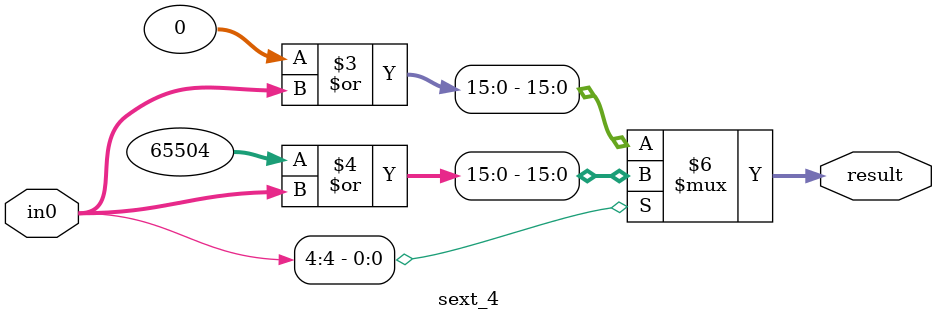
<source format=v>
`timescale 1ns / 1ps


module sext_4(
    input [4:0] in0,
    output reg [15:0] result
    );
    
    always @ (in0)
    begin
    
    if ( in0[4] == 'b0)
        begin
        
        result = 'b0000000000000000 | in0;
        
        end
    else 
        begin
        
        result = 'b1111111111100000 | in0;
        
        end
    
    
    end
endmodule

</source>
